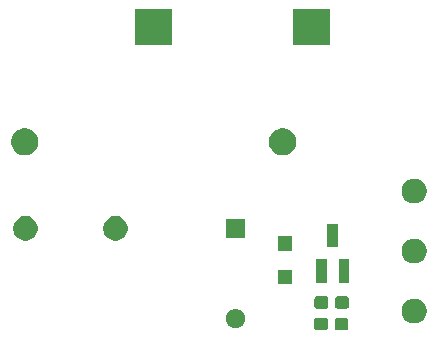
<source format=gbr>
G04 #@! TF.GenerationSoftware,KiCad,Pcbnew,5.0.2-bee76a0~70~ubuntu18.04.1*
G04 #@! TF.CreationDate,2019-01-01T14:42:11-08:00*
G04 #@! TF.ProjectId,Outlet_Relay_V1,4f75746c-6574-45f5-9265-6c61795f5631,rev?*
G04 #@! TF.SameCoordinates,Original*
G04 #@! TF.FileFunction,Soldermask,Top*
G04 #@! TF.FilePolarity,Negative*
%FSLAX46Y46*%
G04 Gerber Fmt 4.6, Leading zero omitted, Abs format (unit mm)*
G04 Created by KiCad (PCBNEW 5.0.2-bee76a0~70~ubuntu18.04.1) date Tue 01 Jan 2019 02:42:11 PM PST*
%MOMM*%
%LPD*%
G01*
G04 APERTURE LIST*
%ADD10C,0.100000*%
G04 APERTURE END LIST*
D10*
G36*
X151113999Y-93052045D02*
X151151493Y-93063419D01*
X151186057Y-93081894D01*
X151216347Y-93106753D01*
X151241206Y-93137043D01*
X151259681Y-93171607D01*
X151271055Y-93209101D01*
X151275500Y-93254238D01*
X151275500Y-93892962D01*
X151271055Y-93938099D01*
X151259681Y-93975593D01*
X151241206Y-94010157D01*
X151216347Y-94040447D01*
X151186057Y-94065306D01*
X151151493Y-94083781D01*
X151113999Y-94095155D01*
X151068862Y-94099600D01*
X150330138Y-94099600D01*
X150285001Y-94095155D01*
X150247507Y-94083781D01*
X150212943Y-94065306D01*
X150182653Y-94040447D01*
X150157794Y-94010157D01*
X150139319Y-93975593D01*
X150127945Y-93938099D01*
X150123500Y-93892962D01*
X150123500Y-93254238D01*
X150127945Y-93209101D01*
X150139319Y-93171607D01*
X150157794Y-93137043D01*
X150182653Y-93106753D01*
X150212943Y-93081894D01*
X150247507Y-93063419D01*
X150285001Y-93052045D01*
X150330138Y-93047600D01*
X151068862Y-93047600D01*
X151113999Y-93052045D01*
X151113999Y-93052045D01*
G37*
G36*
X152863999Y-93052045D02*
X152901493Y-93063419D01*
X152936057Y-93081894D01*
X152966347Y-93106753D01*
X152991206Y-93137043D01*
X153009681Y-93171607D01*
X153021055Y-93209101D01*
X153025500Y-93254238D01*
X153025500Y-93892962D01*
X153021055Y-93938099D01*
X153009681Y-93975593D01*
X152991206Y-94010157D01*
X152966347Y-94040447D01*
X152936057Y-94065306D01*
X152901493Y-94083781D01*
X152863999Y-94095155D01*
X152818862Y-94099600D01*
X152080138Y-94099600D01*
X152035001Y-94095155D01*
X151997507Y-94083781D01*
X151962943Y-94065306D01*
X151932653Y-94040447D01*
X151907794Y-94010157D01*
X151889319Y-93975593D01*
X151877945Y-93938099D01*
X151873500Y-93892962D01*
X151873500Y-93254238D01*
X151877945Y-93209101D01*
X151889319Y-93171607D01*
X151907794Y-93137043D01*
X151932653Y-93106753D01*
X151962943Y-93081894D01*
X151997507Y-93063419D01*
X152035001Y-93052045D01*
X152080138Y-93047600D01*
X152818862Y-93047600D01*
X152863999Y-93052045D01*
X152863999Y-93052045D01*
G37*
G36*
X143695760Y-92311166D02*
X143795516Y-92352486D01*
X143843353Y-92372301D01*
X143974413Y-92459873D01*
X143976185Y-92461057D01*
X144089143Y-92574015D01*
X144177900Y-92706849D01*
X144239034Y-92854440D01*
X144270200Y-93011122D01*
X144270200Y-93170878D01*
X144239034Y-93327560D01*
X144177900Y-93475151D01*
X144089143Y-93607985D01*
X143976185Y-93720943D01*
X143976182Y-93720945D01*
X143843353Y-93809699D01*
X143843352Y-93809700D01*
X143843351Y-93809700D01*
X143695760Y-93870834D01*
X143539078Y-93902000D01*
X143379322Y-93902000D01*
X143222640Y-93870834D01*
X143075049Y-93809700D01*
X143075048Y-93809700D01*
X143075047Y-93809699D01*
X142942218Y-93720945D01*
X142942215Y-93720943D01*
X142829257Y-93607985D01*
X142740500Y-93475151D01*
X142679366Y-93327560D01*
X142648200Y-93170878D01*
X142648200Y-93011122D01*
X142679366Y-92854440D01*
X142740500Y-92706849D01*
X142829257Y-92574015D01*
X142942215Y-92461057D01*
X142943987Y-92459873D01*
X143075047Y-92372301D01*
X143122885Y-92352486D01*
X143222640Y-92311166D01*
X143379322Y-92280000D01*
X143539078Y-92280000D01*
X143695760Y-92311166D01*
X143695760Y-92311166D01*
G37*
G36*
X158891465Y-91445389D02*
X159082734Y-91524615D01*
X159254876Y-91639637D01*
X159401263Y-91786024D01*
X159516285Y-91958166D01*
X159595511Y-92149435D01*
X159635900Y-92352484D01*
X159635900Y-92559516D01*
X159595511Y-92762565D01*
X159516285Y-92953834D01*
X159401263Y-93125976D01*
X159254876Y-93272363D01*
X159082734Y-93387385D01*
X158891465Y-93466611D01*
X158688416Y-93507000D01*
X158481384Y-93507000D01*
X158278335Y-93466611D01*
X158087066Y-93387385D01*
X157914924Y-93272363D01*
X157768537Y-93125976D01*
X157653515Y-92953834D01*
X157574289Y-92762565D01*
X157533900Y-92559516D01*
X157533900Y-92352484D01*
X157574289Y-92149435D01*
X157653515Y-91958166D01*
X157768537Y-91786024D01*
X157914924Y-91639637D01*
X158087066Y-91524615D01*
X158278335Y-91445389D01*
X158481384Y-91405000D01*
X158688416Y-91405000D01*
X158891465Y-91445389D01*
X158891465Y-91445389D01*
G37*
G36*
X152889399Y-91210545D02*
X152926893Y-91221919D01*
X152961457Y-91240394D01*
X152991747Y-91265253D01*
X153016606Y-91295543D01*
X153035081Y-91330107D01*
X153046455Y-91367601D01*
X153050900Y-91412738D01*
X153050900Y-92051462D01*
X153046455Y-92096599D01*
X153035081Y-92134093D01*
X153016606Y-92168657D01*
X152991747Y-92198947D01*
X152961457Y-92223806D01*
X152926893Y-92242281D01*
X152889399Y-92253655D01*
X152844262Y-92258100D01*
X152105538Y-92258100D01*
X152060401Y-92253655D01*
X152022907Y-92242281D01*
X151988343Y-92223806D01*
X151958053Y-92198947D01*
X151933194Y-92168657D01*
X151914719Y-92134093D01*
X151903345Y-92096599D01*
X151898900Y-92051462D01*
X151898900Y-91412738D01*
X151903345Y-91367601D01*
X151914719Y-91330107D01*
X151933194Y-91295543D01*
X151958053Y-91265253D01*
X151988343Y-91240394D01*
X152022907Y-91221919D01*
X152060401Y-91210545D01*
X152105538Y-91206100D01*
X152844262Y-91206100D01*
X152889399Y-91210545D01*
X152889399Y-91210545D01*
G37*
G36*
X151139399Y-91210545D02*
X151176893Y-91221919D01*
X151211457Y-91240394D01*
X151241747Y-91265253D01*
X151266606Y-91295543D01*
X151285081Y-91330107D01*
X151296455Y-91367601D01*
X151300900Y-91412738D01*
X151300900Y-92051462D01*
X151296455Y-92096599D01*
X151285081Y-92134093D01*
X151266606Y-92168657D01*
X151241747Y-92198947D01*
X151211457Y-92223806D01*
X151176893Y-92242281D01*
X151139399Y-92253655D01*
X151094262Y-92258100D01*
X150355538Y-92258100D01*
X150310401Y-92253655D01*
X150272907Y-92242281D01*
X150238343Y-92223806D01*
X150208053Y-92198947D01*
X150183194Y-92168657D01*
X150164719Y-92134093D01*
X150153345Y-92096599D01*
X150148900Y-92051462D01*
X150148900Y-91412738D01*
X150153345Y-91367601D01*
X150164719Y-91330107D01*
X150183194Y-91295543D01*
X150208053Y-91265253D01*
X150238343Y-91240394D01*
X150272907Y-91221919D01*
X150310401Y-91210545D01*
X150355538Y-91206100D01*
X151094262Y-91206100D01*
X151139399Y-91210545D01*
X151139399Y-91210545D01*
G37*
G36*
X148276600Y-90151700D02*
X147074600Y-90151700D01*
X147074600Y-88949700D01*
X148276600Y-88949700D01*
X148276600Y-90151700D01*
X148276600Y-90151700D01*
G37*
G36*
X153089800Y-90067500D02*
X152187800Y-90067500D01*
X152187800Y-88065500D01*
X153089800Y-88065500D01*
X153089800Y-90067500D01*
X153089800Y-90067500D01*
G37*
G36*
X151189800Y-90067500D02*
X150287800Y-90067500D01*
X150287800Y-88065500D01*
X151189800Y-88065500D01*
X151189800Y-90067500D01*
X151189800Y-90067500D01*
G37*
G36*
X158891465Y-86365389D02*
X159082734Y-86444615D01*
X159254876Y-86559637D01*
X159401263Y-86706024D01*
X159516285Y-86878166D01*
X159595511Y-87069435D01*
X159635900Y-87272484D01*
X159635900Y-87479516D01*
X159595511Y-87682565D01*
X159516285Y-87873834D01*
X159401263Y-88045976D01*
X159254876Y-88192363D01*
X159082734Y-88307385D01*
X158891465Y-88386611D01*
X158688416Y-88427000D01*
X158481384Y-88427000D01*
X158278335Y-88386611D01*
X158087066Y-88307385D01*
X157914924Y-88192363D01*
X157768537Y-88045976D01*
X157653515Y-87873834D01*
X157574289Y-87682565D01*
X157533900Y-87479516D01*
X157533900Y-87272484D01*
X157574289Y-87069435D01*
X157653515Y-86878166D01*
X157768537Y-86706024D01*
X157914924Y-86559637D01*
X158087066Y-86444615D01*
X158278335Y-86365389D01*
X158481384Y-86325000D01*
X158688416Y-86325000D01*
X158891465Y-86365389D01*
X158891465Y-86365389D01*
G37*
G36*
X148276600Y-87351700D02*
X147074600Y-87351700D01*
X147074600Y-86149700D01*
X148276600Y-86149700D01*
X148276600Y-87351700D01*
X148276600Y-87351700D01*
G37*
G36*
X152139800Y-87067500D02*
X151237800Y-87067500D01*
X151237800Y-85065500D01*
X152139800Y-85065500D01*
X152139800Y-87067500D01*
X152139800Y-87067500D01*
G37*
G36*
X133605765Y-84460389D02*
X133797034Y-84539615D01*
X133969176Y-84654637D01*
X134115563Y-84801024D01*
X134230585Y-84973166D01*
X134309811Y-85164435D01*
X134350200Y-85367484D01*
X134350200Y-85574516D01*
X134309811Y-85777565D01*
X134230585Y-85968834D01*
X134115563Y-86140976D01*
X133969176Y-86287363D01*
X133797034Y-86402385D01*
X133605765Y-86481611D01*
X133402716Y-86522000D01*
X133195684Y-86522000D01*
X132992635Y-86481611D01*
X132801366Y-86402385D01*
X132629224Y-86287363D01*
X132482837Y-86140976D01*
X132367815Y-85968834D01*
X132288589Y-85777565D01*
X132248200Y-85574516D01*
X132248200Y-85367484D01*
X132288589Y-85164435D01*
X132367815Y-84973166D01*
X132482837Y-84801024D01*
X132629224Y-84654637D01*
X132801366Y-84539615D01*
X132992635Y-84460389D01*
X133195684Y-84420000D01*
X133402716Y-84420000D01*
X133605765Y-84460389D01*
X133605765Y-84460389D01*
G37*
G36*
X125985765Y-84460389D02*
X126177034Y-84539615D01*
X126349176Y-84654637D01*
X126495563Y-84801024D01*
X126610585Y-84973166D01*
X126689811Y-85164435D01*
X126730200Y-85367484D01*
X126730200Y-85574516D01*
X126689811Y-85777565D01*
X126610585Y-85968834D01*
X126495563Y-86140976D01*
X126349176Y-86287363D01*
X126177034Y-86402385D01*
X125985765Y-86481611D01*
X125782716Y-86522000D01*
X125575684Y-86522000D01*
X125372635Y-86481611D01*
X125181366Y-86402385D01*
X125009224Y-86287363D01*
X124862837Y-86140976D01*
X124747815Y-85968834D01*
X124668589Y-85777565D01*
X124628200Y-85574516D01*
X124628200Y-85367484D01*
X124668589Y-85164435D01*
X124747815Y-84973166D01*
X124862837Y-84801024D01*
X125009224Y-84654637D01*
X125181366Y-84539615D01*
X125372635Y-84460389D01*
X125575684Y-84420000D01*
X125782716Y-84420000D01*
X125985765Y-84460389D01*
X125985765Y-84460389D01*
G37*
G36*
X144270200Y-86282000D02*
X142648200Y-86282000D01*
X142648200Y-84660000D01*
X144270200Y-84660000D01*
X144270200Y-86282000D01*
X144270200Y-86282000D01*
G37*
G36*
X158891465Y-81285389D02*
X159082734Y-81364615D01*
X159254876Y-81479637D01*
X159401263Y-81626024D01*
X159516285Y-81798166D01*
X159595511Y-81989435D01*
X159635900Y-82192484D01*
X159635900Y-82399516D01*
X159595511Y-82602565D01*
X159516285Y-82793834D01*
X159401263Y-82965976D01*
X159254876Y-83112363D01*
X159082734Y-83227385D01*
X158891465Y-83306611D01*
X158688416Y-83347000D01*
X158481384Y-83347000D01*
X158278335Y-83306611D01*
X158087066Y-83227385D01*
X157914924Y-83112363D01*
X157768537Y-82965976D01*
X157653515Y-82793834D01*
X157574289Y-82602565D01*
X157533900Y-82399516D01*
X157533900Y-82192484D01*
X157574289Y-81989435D01*
X157653515Y-81798166D01*
X157768537Y-81626024D01*
X157914924Y-81479637D01*
X158087066Y-81364615D01*
X158278335Y-81285389D01*
X158481384Y-81245000D01*
X158688416Y-81245000D01*
X158891465Y-81285389D01*
X158891465Y-81285389D01*
G37*
G36*
X147780734Y-77023632D02*
X147990202Y-77110396D01*
X148178723Y-77236362D01*
X148339038Y-77396677D01*
X148465004Y-77585198D01*
X148551768Y-77794666D01*
X148596000Y-78017035D01*
X148596000Y-78243765D01*
X148551768Y-78466134D01*
X148465004Y-78675602D01*
X148339038Y-78864123D01*
X148178723Y-79024438D01*
X147990202Y-79150404D01*
X147780734Y-79237168D01*
X147558365Y-79281400D01*
X147331635Y-79281400D01*
X147109266Y-79237168D01*
X146899798Y-79150404D01*
X146711277Y-79024438D01*
X146550962Y-78864123D01*
X146424996Y-78675602D01*
X146338232Y-78466134D01*
X146294000Y-78243765D01*
X146294000Y-78017035D01*
X146338232Y-77794666D01*
X146424996Y-77585198D01*
X146550962Y-77396677D01*
X146711277Y-77236362D01*
X146899798Y-77110396D01*
X147109266Y-77023632D01*
X147331635Y-76979400D01*
X147558365Y-76979400D01*
X147780734Y-77023632D01*
X147780734Y-77023632D01*
G37*
G36*
X125940734Y-77023632D02*
X126150202Y-77110396D01*
X126338723Y-77236362D01*
X126499038Y-77396677D01*
X126625004Y-77585198D01*
X126711768Y-77794666D01*
X126756000Y-78017035D01*
X126756000Y-78243765D01*
X126711768Y-78466134D01*
X126625004Y-78675602D01*
X126499038Y-78864123D01*
X126338723Y-79024438D01*
X126150202Y-79150404D01*
X125940734Y-79237168D01*
X125718365Y-79281400D01*
X125491635Y-79281400D01*
X125269266Y-79237168D01*
X125059798Y-79150404D01*
X124871277Y-79024438D01*
X124710962Y-78864123D01*
X124584996Y-78675602D01*
X124498232Y-78466134D01*
X124454000Y-78243765D01*
X124454000Y-78017035D01*
X124498232Y-77794666D01*
X124584996Y-77585198D01*
X124710962Y-77396677D01*
X124871277Y-77236362D01*
X125059798Y-77110396D01*
X125269266Y-77023632D01*
X125491635Y-76979400D01*
X125718365Y-76979400D01*
X125940734Y-77023632D01*
X125940734Y-77023632D01*
G37*
G36*
X138050600Y-69965900D02*
X134948600Y-69965900D01*
X134948600Y-66863900D01*
X138050600Y-66863900D01*
X138050600Y-69965900D01*
X138050600Y-69965900D01*
G37*
G36*
X151423700Y-69965900D02*
X148321700Y-69965900D01*
X148321700Y-66863900D01*
X151423700Y-66863900D01*
X151423700Y-69965900D01*
X151423700Y-69965900D01*
G37*
M02*

</source>
